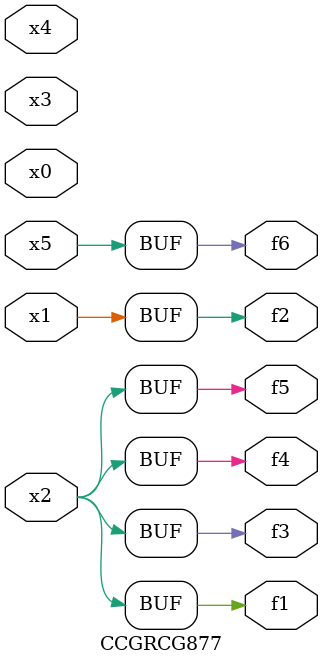
<source format=v>
module CCGRCG877(
	input x0, x1, x2, x3, x4, x5,
	output f1, f2, f3, f4, f5, f6
);
	assign f1 = x2;
	assign f2 = x1;
	assign f3 = x2;
	assign f4 = x2;
	assign f5 = x2;
	assign f6 = x5;
endmodule

</source>
